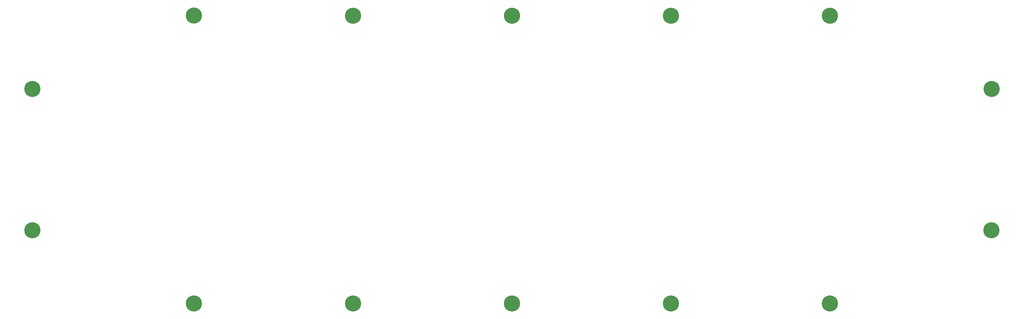
<source format=gbr>
G04 #@! TF.GenerationSoftware,KiCad,Pcbnew,(5.1.4)-1*
G04 #@! TF.CreationDate,2020-03-25T18:45:55-07:00*
G04 #@! TF.ProjectId,frogdor_plates,66726f67-646f-4725-9f70-6c617465732e,rev?*
G04 #@! TF.SameCoordinates,Original*
G04 #@! TF.FileFunction,Copper,L2,Bot*
G04 #@! TF.FilePolarity,Positive*
%FSLAX46Y46*%
G04 Gerber Fmt 4.6, Leading zero omitted, Abs format (unit mm)*
G04 Created by KiCad (PCBNEW (5.1.4)-1) date 2020-03-25 18:45:55*
%MOMM*%
%LPD*%
G04 APERTURE LIST*
%ADD10C,0.800000*%
%ADD11C,6.400000*%
G04 APERTURE END LIST*
D10*
X472497056Y-101927944D03*
X470800000Y-101225000D03*
X469102944Y-101927944D03*
X468400000Y-103625000D03*
X469102944Y-105322056D03*
X470800000Y-106025000D03*
X472497056Y-105322056D03*
X473200000Y-103625000D03*
D11*
X470800000Y-103625000D03*
D10*
X472472056Y-158177944D03*
X470775000Y-157475000D03*
X469077944Y-158177944D03*
X468375000Y-159875000D03*
X469077944Y-161572056D03*
X470775000Y-162275000D03*
X472472056Y-161572056D03*
X473175000Y-159875000D03*
D11*
X470775000Y-159875000D03*
D10*
X408297056Y-187252944D03*
X406600000Y-186550000D03*
X404902944Y-187252944D03*
X404200000Y-188950000D03*
X404902944Y-190647056D03*
X406600000Y-191350000D03*
X408297056Y-190647056D03*
X409000000Y-188950000D03*
D11*
X406600000Y-188950000D03*
D10*
X345122056Y-187252944D03*
X343425000Y-186550000D03*
X341727944Y-187252944D03*
X341025000Y-188950000D03*
X341727944Y-190647056D03*
X343425000Y-191350000D03*
X345122056Y-190647056D03*
X345825000Y-188950000D03*
D11*
X343425000Y-188950000D03*
D10*
X281947056Y-187252944D03*
X280250000Y-186550000D03*
X278552944Y-187252944D03*
X277850000Y-188950000D03*
X278552944Y-190647056D03*
X280250000Y-191350000D03*
X281947056Y-190647056D03*
X282650000Y-188950000D03*
D11*
X280250000Y-188950000D03*
D10*
X218772056Y-187252944D03*
X217075000Y-186550000D03*
X215377944Y-187252944D03*
X214675000Y-188950000D03*
X215377944Y-190647056D03*
X217075000Y-191350000D03*
X218772056Y-190647056D03*
X219475000Y-188950000D03*
D11*
X217075000Y-188950000D03*
D10*
X155572056Y-187252944D03*
X153875000Y-186550000D03*
X152177944Y-187252944D03*
X151475000Y-188950000D03*
X152177944Y-190647056D03*
X153875000Y-191350000D03*
X155572056Y-190647056D03*
X156275000Y-188950000D03*
D11*
X153875000Y-188950000D03*
D10*
X91372056Y-158127944D03*
X89675000Y-157425000D03*
X87977944Y-158127944D03*
X87275000Y-159825000D03*
X87977944Y-161522056D03*
X89675000Y-162225000D03*
X91372056Y-161522056D03*
X92075000Y-159825000D03*
D11*
X89675000Y-159825000D03*
D10*
X91372056Y-101927944D03*
X89675000Y-101225000D03*
X87977944Y-101927944D03*
X87275000Y-103625000D03*
X87977944Y-105322056D03*
X89675000Y-106025000D03*
X91372056Y-105322056D03*
X92075000Y-103625000D03*
D11*
X89675000Y-103625000D03*
D10*
X408297056Y-72802944D03*
X406600000Y-72100000D03*
X404902944Y-72802944D03*
X404200000Y-74500000D03*
X404902944Y-76197056D03*
X406600000Y-76900000D03*
X408297056Y-76197056D03*
X409000000Y-74500000D03*
D11*
X406600000Y-74500000D03*
D10*
X345122056Y-72827944D03*
X343425000Y-72125000D03*
X341727944Y-72827944D03*
X341025000Y-74525000D03*
X341727944Y-76222056D03*
X343425000Y-76925000D03*
X345122056Y-76222056D03*
X345825000Y-74525000D03*
D11*
X343425000Y-74525000D03*
D10*
X281922056Y-72827944D03*
X280225000Y-72125000D03*
X278527944Y-72827944D03*
X277825000Y-74525000D03*
X278527944Y-76222056D03*
X280225000Y-76925000D03*
X281922056Y-76222056D03*
X282625000Y-74525000D03*
D11*
X280225000Y-74525000D03*
D10*
X218772056Y-72802944D03*
X217075000Y-72100000D03*
X215377944Y-72802944D03*
X214675000Y-74500000D03*
X215377944Y-76197056D03*
X217075000Y-76900000D03*
X218772056Y-76197056D03*
X219475000Y-74500000D03*
D11*
X217075000Y-74500000D03*
D10*
X155572056Y-72777944D03*
X153875000Y-72075000D03*
X152177944Y-72777944D03*
X151475000Y-74475000D03*
X152177944Y-76172056D03*
X153875000Y-76875000D03*
X155572056Y-76172056D03*
X156275000Y-74475000D03*
D11*
X153875000Y-74475000D03*
M02*

</source>
